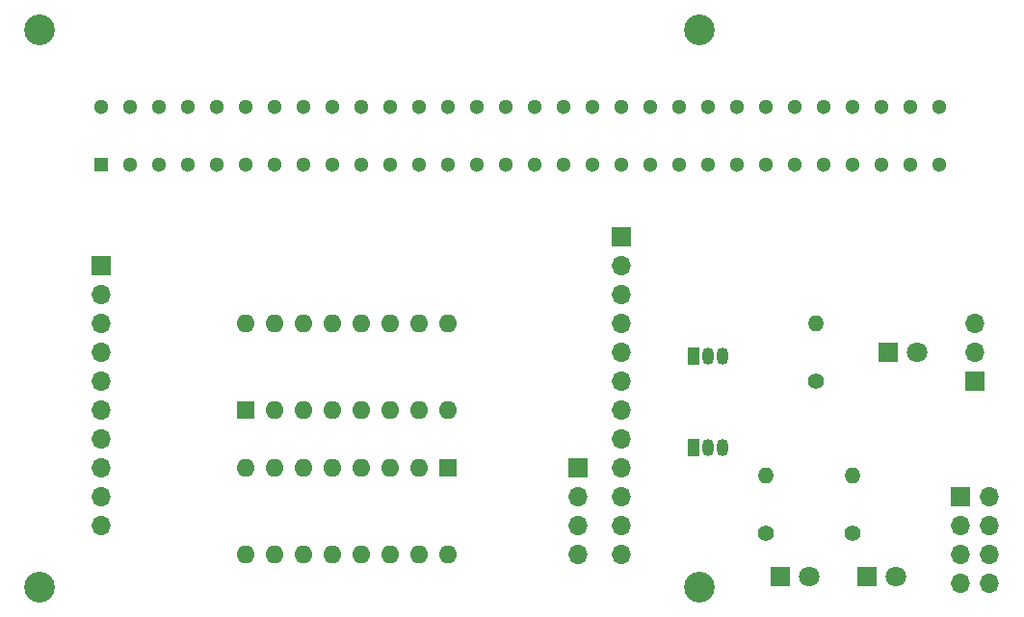
<source format=gbs>
G04 #@! TF.GenerationSoftware,KiCad,Pcbnew,(6.0.9)*
G04 #@! TF.CreationDate,2022-12-17T09:54:21+09:00*
G04 #@! TF.ProjectId,hat-prot-02,6861742d-7072-46f7-942d-30322e6b6963,rev?*
G04 #@! TF.SameCoordinates,PX5f5e100PY5f5e100*
G04 #@! TF.FileFunction,Soldermask,Bot*
G04 #@! TF.FilePolarity,Negative*
%FSLAX46Y46*%
G04 Gerber Fmt 4.6, Leading zero omitted, Abs format (unit mm)*
G04 Created by KiCad (PCBNEW (6.0.9)) date 2022-12-17 09:54:21*
%MOMM*%
%LPD*%
G01*
G04 APERTURE LIST*
%ADD10R,1.700000X1.700000*%
%ADD11O,1.700000X1.700000*%
%ADD12C,2.700000*%
%ADD13R,1.800000X1.800000*%
%ADD14C,1.800000*%
%ADD15C,1.400000*%
%ADD16O,1.400000X1.400000*%
%ADD17R,1.050000X1.500000*%
%ADD18O,1.050000X1.500000*%
%ADD19R,1.300000X1.300000*%
%ADD20C,1.300000*%
%ADD21R,1.600000X1.600000*%
%ADD22O,1.600000X1.600000*%
G04 APERTURE END LIST*
D10*
X84455000Y11430000D03*
D11*
X86995000Y11430000D03*
X84455000Y8890000D03*
X86995000Y8890000D03*
X84455000Y6350000D03*
X86995000Y6350000D03*
X84455000Y3810000D03*
X86995000Y3810000D03*
D12*
X61500000Y52500000D03*
D10*
X85725000Y21590000D03*
D11*
X85725000Y24130000D03*
X85725000Y26670000D03*
D13*
X68580000Y4445000D03*
D14*
X71120000Y4445000D03*
D15*
X71755000Y21590000D03*
D16*
X71755000Y26670000D03*
D17*
X60960000Y15790000D03*
D18*
X62230000Y15790000D03*
X63500000Y15790000D03*
D15*
X74930000Y8255000D03*
D16*
X74930000Y13335000D03*
D13*
X78105000Y24130000D03*
D14*
X80645000Y24130000D03*
D12*
X3500000Y3500000D03*
D19*
X8890000Y40640000D03*
D20*
X11430000Y40640000D03*
X13970000Y40640000D03*
X16510000Y40640000D03*
X19050000Y40640000D03*
X21590000Y40640000D03*
X24130000Y40640000D03*
X26670000Y40640000D03*
X29210000Y40640000D03*
X31750000Y40640000D03*
X34290000Y40640000D03*
X36830000Y40640000D03*
X39370000Y40640000D03*
X41910000Y40640000D03*
X44450000Y40640000D03*
X46990000Y40640000D03*
X49530000Y40640000D03*
X52070000Y40640000D03*
X54610000Y40640000D03*
X57150000Y40640000D03*
X59690000Y40640000D03*
X62230000Y40640000D03*
X64770000Y40640000D03*
X67310000Y40640000D03*
X69850000Y40640000D03*
X72390000Y40640000D03*
X74930000Y40640000D03*
X77470000Y40640000D03*
X80010000Y40640000D03*
X82550000Y40640000D03*
X8890000Y45720000D03*
X11430000Y45720000D03*
X13970000Y45720000D03*
X16510000Y45720000D03*
X19050000Y45720000D03*
X21590000Y45720000D03*
X24130000Y45720000D03*
X26670000Y45720000D03*
X29210000Y45720000D03*
X31750000Y45720000D03*
X34290000Y45720000D03*
X36830000Y45720000D03*
X39370000Y45720000D03*
X41910000Y45720000D03*
X44450000Y45720000D03*
X46990000Y45720000D03*
X49530000Y45720000D03*
X52070000Y45720000D03*
X54610000Y45720000D03*
X57150000Y45720000D03*
X59690000Y45720000D03*
X62230000Y45720000D03*
X64770000Y45720000D03*
X67310000Y45720000D03*
X69850000Y45720000D03*
X72390000Y45720000D03*
X74930000Y45720000D03*
X77470000Y45720000D03*
X80010000Y45720000D03*
X82550000Y45720000D03*
D12*
X3500000Y52500000D03*
D17*
X60960000Y23770000D03*
D18*
X62230000Y23770000D03*
X63500000Y23770000D03*
D15*
X67310000Y8255000D03*
D16*
X67310000Y13335000D03*
D21*
X21590000Y19050000D03*
D22*
X24130000Y19050000D03*
X26670000Y19050000D03*
X29210000Y19050000D03*
X31750000Y19050000D03*
X34290000Y19050000D03*
X36830000Y19050000D03*
X39370000Y19050000D03*
X39370000Y26670000D03*
X36830000Y26670000D03*
X34290000Y26670000D03*
X31750000Y26670000D03*
X29210000Y26670000D03*
X26670000Y26670000D03*
X24130000Y26670000D03*
X21590000Y26670000D03*
D12*
X61500000Y3500000D03*
D21*
X39355000Y13960000D03*
D22*
X36815000Y13960000D03*
X34275000Y13960000D03*
X31735000Y13960000D03*
X29195000Y13960000D03*
X26655000Y13960000D03*
X24115000Y13960000D03*
X21575000Y13960000D03*
X21575000Y6340000D03*
X24115000Y6340000D03*
X26655000Y6340000D03*
X29195000Y6340000D03*
X31735000Y6340000D03*
X34275000Y6340000D03*
X36815000Y6340000D03*
X39355000Y6340000D03*
D13*
X76200000Y4445000D03*
D14*
X78740000Y4445000D03*
D10*
X8915000Y31720000D03*
D11*
X8915000Y29180000D03*
X8915000Y26640000D03*
X8915000Y24100000D03*
X8915000Y21560000D03*
X8915000Y19020000D03*
X8915000Y16480000D03*
X8915000Y13940000D03*
X8915000Y11400000D03*
X8915000Y8860000D03*
D10*
X54585000Y34270000D03*
D11*
X54585000Y31730000D03*
X54585000Y29190000D03*
X54585000Y26650000D03*
X54585000Y24110000D03*
X54585000Y21570000D03*
X54585000Y19030000D03*
X54585000Y16490000D03*
X54585000Y13950000D03*
X54585000Y11410000D03*
X54585000Y8870000D03*
X54585000Y6330000D03*
D10*
X50800000Y13960000D03*
D11*
X50800000Y11420000D03*
X50800000Y8880000D03*
X50800000Y6340000D03*
M02*

</source>
